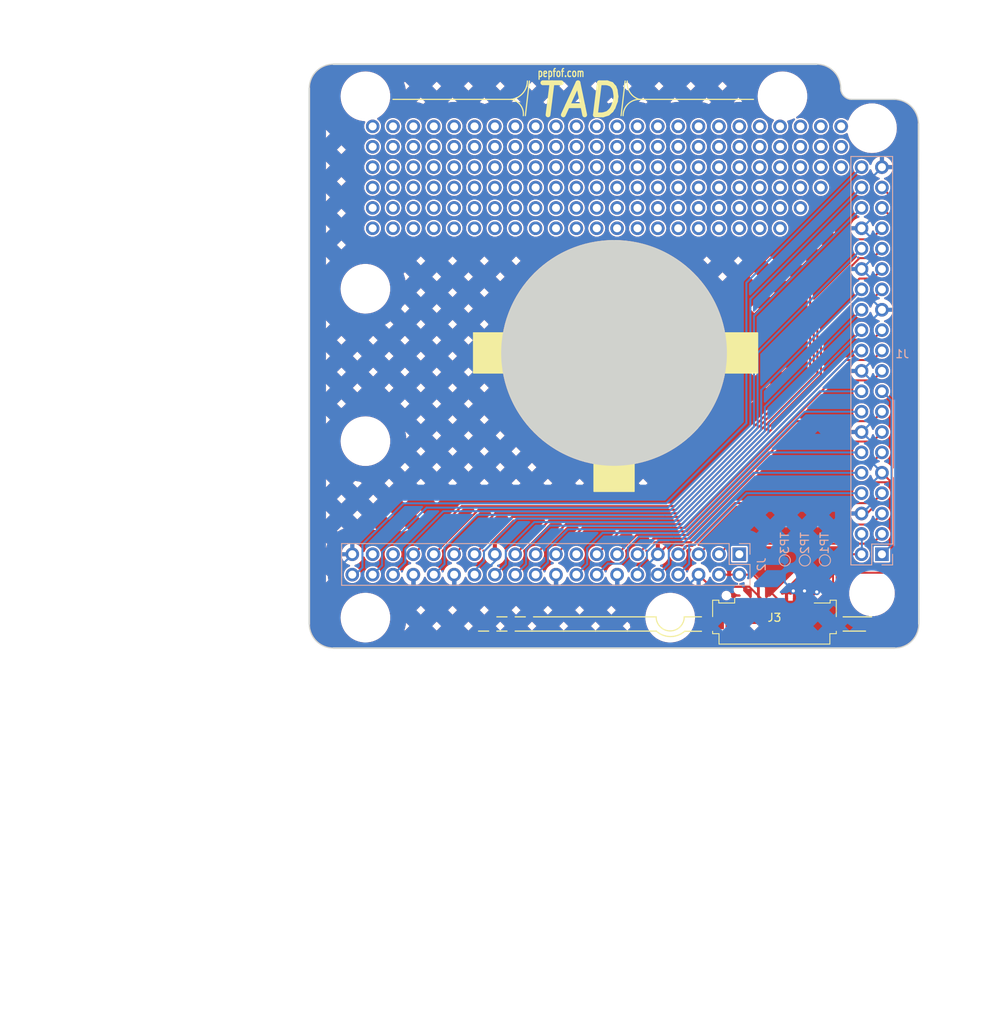
<source format=kicad_pcb>
(kicad_pcb (version 20211014) (generator pcbnew)
  (title_block (title "TAD top") (rev "0") (company "pepfof.com") (comment 1 "Tatianin A. & Ostapenko S."))
  (layers (0 "F.Cu" signal) (31 "B.Cu" signal) (34 "B.Paste" user) (35 "F.Paste" user) (36 "B.SilkS" user "B.Silkscreen") (37 "F.SilkS" user "F.Silkscreen") (38 "B.Mask" user) (39 "F.Mask" user) (44 "Edge.Cuts" user))
  (net 0 "")
  (net 1 "3V3_TOP")
  (net 2 "5V_TOP")
  (net 3 "/GPIO2_SDA1")
  (net 4 "/GPIO3_SCL1")
  (net 5 "GND_TOP")
  (net 6 "/GPIO4_GPIO_GCLK")
  (net 7 "/GPIO14_TXD0")
  (net 8 "/GPIO15_RXD0")
  (net 9 "/GPIO17_GEN0")
  (net 10 "/GPIO18_GEN1")
  (net 11 "/GPIO27_GEN2")
  (net 12 "/GPIO22_GEN3")
  (net 13 "/GPIO23_GEN4")
  (net 14 "/GPIO24_GEN5")
  (net 15 "/GPIO10_SPI_MOSI")
  (net 16 "/GPIO9_SPI_MISO")
  (net 17 "/GPIO25_GEN6")
  (net 18 "/GPIO11_SPI_SCLK")
  (net 19 "/GPIO8_SPI_CE0_N")
  (net 20 "/GPIO7_SPI_CE1_N")
  (net 21 "/ID_SD")
  (net 22 "/ID_SC")
  (net 23 "/GPIO5")
  (net 24 "/GPIO6")
  (net 25 "/GPIO12")
  (net 26 "/GPIO13")
  (net 27 "/GPIO16")
  (net 28 "/GPIO20")
  (net 29 "/GPIO21")
  (net 34 "STM_USART_RX")
  (net 35 "STM_USART_TX")
  (net 36 "USB_DN")
  (net 37 "USB_DP")
  (net 38 "USB_ID")
  (footprint "lib:MountingHole_2.7mm_M2.5_uHAT_RPi" (layer "F.Cu") (at 175.714 132.6305 90)
    (fp_text reference "H1" hide)
    (fp_text value "MountingHole" hide)
  )
  (footprint "lib:MountingHole_2.7mm_M2.5_uHAT_RPi" (layer "F.Cu") (at 175.714 74.6305 90)
    (fp_text reference "H2" hide)
    (fp_text value "MountingHole" hide)
  )
  (footprint "" (layer "F.Cu") (at 115.99 76.9505)
    (fp_text reference "")
    (fp_text value "")
  )
  (footprint "" (layer "F.Cu") (at 154.09 87.1105)
    (fp_text reference "")
    (fp_text value "")
  )
  (footprint "" (layer "F.Cu") (at 131.23 74.4105)
    (fp_text reference "")
    (fp_text value "")
  )
  (footprint "" (layer "F.Cu") (at 118.53 87.1105)
    (fp_text reference "")
    (fp_text value "")
  )
  (footprint "" (layer "F.Cu") (at 156.63 82.0305)
    (fp_text reference "")
    (fp_text value "")
  )
  (footprint "" (layer "F.Cu") (at 151.55 87.1105)
    (fp_text reference "")
    (fp_text value "")
  )
  (footprint "" (layer "F.Cu") (at 121.07 79.4905)
    (fp_text reference "")
    (fp_text value "")
  )
  (footprint "" (layer "F.Cu") (at 164.25 74.4105)
    (fp_text reference "")
    (fp_text value "")
  )
  (footprint "lib:MountingHole_2.7mm_M2.5_uHAT_RPi" (layer "F.Cu") (at 150.55 135.6505 90)
    (fp_text reference "H1" hide)
    (fp_text value "MountingHole" hide)
  )
  (footprint "" (layer "F.Cu") (at 115.99 84.5705)
    (fp_text reference "")
    (fp_text value "")
  )
  (footprint "" (layer "F.Cu") (at 149.01 76.9505)
    (fp_text reference "")
    (fp_text value "")
  )
  (footprint "" (layer "F.Cu") (at 141.39 79.4905)
    (fp_text reference "")
    (fp_text value "")
  )
  (footprint "" (layer "F.Cu") (at 159.17 84.5705)
    (fp_text reference "")
    (fp_text value "")
  )
  (footprint "" (layer "F.Cu") (at 146.47 87.1105)
    (fp_text reference "")
    (fp_text value "")
  )
  (footprint "" (layer "F.Cu") (at 123.61 74.4105)
    (fp_text reference "")
    (fp_text value "")
  )
  (footprint "" (layer "F.Cu") (at 138.85 74.4105)
    (fp_text reference "")
    (fp_text value "")
  )
  (footprint "" (layer "F.Cu") (at 161.71 84.5705)
    (fp_text reference "")
    (fp_text value "")
  )
  (footprint "" (layer "F.Cu") (at 156.63 79.4905)
    (fp_text reference "")
    (fp_text value "")
  )
  (footprint "" (layer "F.Cu") (at 159.17 76.9505)
    (fp_text reference "")
    (fp_text value "")
  )
  (footprint "" (layer "F.Cu") (at 166.79 82.0305)
    (fp_text reference "")
    (fp_text value "")
  )
  (footprint "" (layer "F.Cu") (at 118.53 74.4105)
    (fp_text reference "")
    (fp_text value "")
  )
  (footprint "" (layer "F.Cu") (at 123.61 82.0305)
    (fp_text reference "")
    (fp_text value "")
  )
  (footprint "" (layer "F.Cu") (at 156.63 87.1105)
    (fp_text reference "")
    (fp_text value "")
  )
  (footprint "" (layer "F.Cu") (at 131.23 76.9505)
    (fp_text reference "")
    (fp_text value "")
  )
  (footprint "" (layer "F.Cu") (at 126.15 82.0305)
    (fp_text reference "")
    (fp_text value "")
  )
  (footprint "" (layer "F.Cu") (at 156.63 74.4105)
    (fp_text reference "")
    (fp_text value "")
  )
  (footprint "" (layer "F.Cu") (at 159.17 74.4105)
    (fp_text reference "")
    (fp_text value "")
  )
  (footprint "" (layer "F.Cu") (at 156.63 76.9505)
    (fp_text reference "")
    (fp_text value "")
  )
  (footprint "" (layer "F.Cu") (at 171.87 76.9505)
    (fp_text reference "")
    (fp_text value "")
  )
  (footprint "" (layer "F.Cu") (at 136.31 82.0305)
    (fp_text reference "")
    (fp_text value "")
  )
  (footprint "" (layer "F.Cu") (at 115.99 79.4905)
    (fp_text reference "")
    (fp_text value "")
  )
  (footprint "" (layer "F.Cu") (at 128.69 79.4905)
    (fp_text reference "")
    (fp_text value "")
  )
  (footprint "" (layer "F.Cu") (at 113.45 76.9505)
    (fp_text reference "")
    (fp_text value "")
  )
  (footprint "" (layer "F.Cu") (at 131.23 79.4905)
    (fp_text reference "")
    (fp_text value "")
  )
  (footprint "" (layer "F.Cu") (at 151.55 84.5705)
    (fp_text reference "")
    (fp_text value "")
  )
  (footprint "" (layer "F.Cu") (at 113.45 82.0305)
    (fp_text reference "")
    (fp_text value "")
  )
  (footprint "" (layer "F.Cu") (at 159.17 82.0305)
    (fp_text reference "")
    (fp_text value "")
  )
  (footprint "" (layer "F.Cu") (at 121.07 74.4105)
    (fp_text reference "")
    (fp_text value "")
  )
  (footprint "" (layer "F.Cu") (at 133.77 84.5705)
    (fp_text reference "")
    (fp_text value "")
  )
  (footprint "" (layer "F.Cu") (at 141.39 74.4105)
    (fp_text reference "")
    (fp_text value "")
  )
  (footprint "" (layer "F.Cu") (at 128.69 84.5705)
    (fp_text reference "")
    (fp_text value "")
  )
  (footprint "" (layer "F.Cu") (at 121.07 84.5705)
    (fp_text reference "")
    (fp_text value "")
  )
  (footprint "" (layer "F.Cu") (at 115.99 87.1105)
    (fp_text reference "")
    (fp_text value "")
  )
  (footprint "" (layer "F.Cu") (at 121.07 87.1105)
    (fp_text reference "")
    (fp_text value "")
  )
  (footprint "" (layer "F.Cu") (at 123.61 76.9505)
    (fp_text reference "")
    (fp_text value "")
  )
  (footprint "" (layer "F.Cu") (at 156.63 84.5705)
    (fp_text reference "")
    (fp_text value "")
  )
  (footprint "" (layer "F.Cu") (at 123.61 87.1105)
    (fp_text reference "")
    (fp_text value "")
  )
  (footprint "" (layer "F.Cu") (at 171.87 74.4105)
    (fp_text reference "")
    (fp_text value "")
  )
  (footprint "" (layer "F.Cu") (at 115.99 74.4105)
    (fp_text reference "")
    (fp_text value "")
  )
  (footprint "" (layer "F.Cu") (at 136.31 87.1105)
    (fp_text reference "")
    (fp_text value "")
  )
  (footprint "" (layer "F.Cu") (at 154.09 82.0305)
    (fp_text reference "")
    (fp_text value "")
  )
  (footprint "" (layer "F.Cu") (at 141.39 82.0305)
    (fp_text reference "")
    (fp_text value "")
  )
  (footprint "" (layer "F.Cu") (at 143.93 79.4905)
    (fp_text reference "")
    (fp_text value "")
  )
  (footprint "" (layer "F.Cu") (at 169.33 82.0305)
    (fp_text reference "")
    (fp_text value "")
  )
  (footprint "" (layer "F.Cu") (at 143.93 87.1105)
    (fp_text reference "")
    (fp_text value "")
  )
  (footprint "" (layer "F.Cu") (at 151.55 74.4105)
    (fp_text reference "")
    (fp_text value "")
  )
  (footprint "" (layer "F.Cu") (at 133.77 79.4905)
    (fp_text reference "")
    (fp_text value "")
  )
  (footprint "" (layer "F.Cu") (at 166.79 76.9505)
    (fp_text reference "")
    (fp_text value "")
  )
  (footprint "" (layer "F.Cu") (at 151.55 79.4905)
    (fp_text reference "")
    (fp_text value "")
  )
  (footprint "" (layer "F.Cu") (at 126.15 87.1105)
    (fp_text reference "")
    (fp_text value "")
  )
  (footprint "" (layer "F.Cu") (at 164.25 76.9505)
    (fp_text reference "")
    (fp_text value "")
  )
  (footprint "" (layer "F.Cu") (at 138.85 79.4905)
    (fp_text reference "")
    (fp_text value "")
  )
  (footprint "" (layer "F.Cu") (at 161.71 76.9505)
    (fp_text reference "")
    (fp_text value "")
  )
  (footprint "" (layer "F.Cu") (at 141.39 84.5705)
    (fp_text reference "")
    (fp_text value "")
  )
  (footprint "" (layer "F.Cu") (at 146.47 76.9505)
    (fp_text reference "")
    (fp_text value "")
  )
  (footprint "" (layer "F.Cu") (at 151.55 82.0305)
    (fp_text reference "")
    (fp_text value "")
  )
  (footprint "" (layer "F.Cu") (at 128.69 74.4105)
    (fp_text reference "")
    (fp_text value "")
  )
  (footprint "lib:MountingHole_2.7mm_M2.5_uHAT_RPi" (layer "F.Cu") (at 112.55 94.6505 90)
    (fp_text reference "H2" hide)
    (fp_text value "MountingHole" hide)
  )
  (footprint "" (layer "F.Cu") (at 133.77 74.4105)
    (fp_text reference "")
    (fp_text value "")
  )
  (footprint "" (layer "F.Cu") (at 171.87 79.4905)
    (fp_text reference "")
    (fp_text value "")
  )
  (footprint "" (layer "F.Cu") (at 113.45 74.4105)
    (fp_text reference "")
    (fp_text value "")
  )
  (footprint "" (layer "F.Cu") (at 126.15 79.4905)
    (fp_text reference "")
    (fp_text value "")
  )
  (footprint "" (layer "F.Cu") (at 166.79 74.4105)
    (fp_text reference "")
    (fp_text value "")
  )
  (footprint "" (layer "F.Cu") (at 113.45 84.5705)
    (fp_text reference "")
    (fp_text value "")
  )
  (footprint "" (layer "F.Cu") (at 138.85 82.0305)
    (fp_text reference "")
    (fp_text value "")
  )
  (footprint "" (layer "F.Cu") (at 141.39 76.9505)
    (fp_text reference "")
    (fp_text value "")
  )
  (footprint "" (layer "F.Cu") (at 164.25 84.5705)
    (fp_text reference "")
    (fp_text value "")
  )
  (footprint "" (layer "F.Cu") (at 128.69 82.0305)
    (fp_text reference "")
    (fp_text value "")
  )
  (footprint "" (layer "F.Cu") (at 149.01 87.1105)
    (fp_text reference "")
    (fp_text value "")
  )
  (footprint "" (layer "F.Cu") (at 118.53 76.9505)
    (fp_text reference "")
    (fp_text value "")
  )
  (footprint "" (layer "F.Cu") (at 143.93 76.9505)
    (fp_text reference "")
    (fp_text value "")
  )
  (footprint "" (layer "F.Cu") (at 151.55 76.9505)
    (fp_text reference "")
    (fp_text value "")
  )
  (footprint "" (layer "F.Cu") (at 146.47 84.5705)
    (fp_text reference "")
    (fp_text value "")
  )
  (footprint "" (layer "F.Cu") (at 149.01 79.4905)
    (fp_text reference "")
    (fp_text value "")
  )
  (footprint "" (layer "F.Cu") (at 164.25 87.1105)
    (fp_text reference "")
    (fp_text value "")
  )
  (footprint "" (layer "F.Cu") (at 131.23 82.0305)
    (fp_text reference "")
    (fp_text value "")
  )
  (footprint "" (layer "F.Cu") (at 149.01 82.0305)
    (fp_text reference "")
    (fp_text value "")
  )
  (footprint "" (layer "F.Cu") (at 159.17 87.1105)
    (fp_text reference "")
    (fp_text value "")
  )
  (footprint "" (layer "F.Cu") (at 166.79 84.5705)
    (fp_text reference "")
    (fp_text value "")
  )
  (footprint "" (layer "F.Cu") (at 149.01 84.5705)
    (fp_text reference "")
    (fp_text value "")
  )
  (footprint "lib:MountingHole_2.7mm_M2.5_uHAT_RPi" (layer "F.Cu") (at 112.55 70.6505 90)
    (fp_text reference "H2" hide)
    (fp_text value "MountingHole" hide)
  )
  (footprint "" (layer "F.Cu") (at 126.15 76.9505)
    (fp_text reference "")
    (fp_text value "")
  )
  (footprint "" (layer "F.Cu") (at 154.09 84.5705)
    (fp_text reference "")
    (fp_text value "")
  )
  (footprint "" (layer "F.Cu") (at 166.79 79.4905)
    (fp_text reference "")
    (fp_text value "")
  )
  (footprint "" (layer "F.Cu") (at 149.01 74.4105)
    (fp_text reference "")
    (fp_text value "")
  )
  (footprint "" (layer "F.Cu") (at 169.33 76.9505)
    (fp_text reference "")
    (fp_text value "")
  )
  (footprint "" (layer "F.Cu") (at 164.25 79.4905)
    (fp_text reference "")
    (fp_text value "")
  )
  (footprint "" (layer "F.Cu") (at 161.71 74.4105)
    (fp_text reference "")
    (fp_text value "")
  )
  (footprint "" (layer "F.Cu") (at 143.93 82.0305)
    (fp_text reference "")
    (fp_text value "")
  )
  (footprint "" (layer "F.Cu") (at 169.33 74.4105)
    (fp_text reference "")
    (fp_text value "")
  )
  (footprint "" (layer "F.Cu") (at 154.09 79.4905)
    (fp_text reference "")
    (fp_text value "")
  )
  (footprint "" (layer "F.Cu") (at 159.17 79.4905)
    (fp_text reference "")
    (fp_text value "")
  )
  (footprint "" (layer "F.Cu") (at 169.33 79.4905)
    (fp_text reference "")
    (fp_text value "")
  )
  (footprint "" (layer "F.Cu") (at 118.53 84.5705)
    (fp_text reference "")
    (fp_text value "")
  )
  (footprint "" (layer "F.Cu") (at 133.77 87.1105)
    (fp_text reference "")
    (fp_text value "")
  )
  (footprint "" (layer "F.Cu") (at 131.23 87.1105)
    (fp_text reference "")
    (fp_text value "")
  )
  (footprint "" (layer "F.Cu") (at 126.15 74.4105)
    (fp_text reference "")
    (fp_text value "")
  )
  (footprint "" (layer "F.Cu") (at 121.07 82.0305)
    (fp_text reference "")
    (fp_text value "")
  )
  (footprint "" (layer "F.Cu") (at 138.85 87.1105)
    (fp_text reference "")
    (fp_text value "")
  )
  (footprint "" (layer "F.Cu") (at 141.39 87.1105)
    (fp_text reference "")
    (fp_text value "")
  )
  (footprint "lib:MountingHole_2.7mm_M2.5_uHAT_RPi" (layer "F.Cu") (at 164.55 70.6505 90)
    (fp_text reference "H2" hide)
    (fp_text value "MountingHole" hide)
  )
  (footprint "" (layer "F.Cu") (at 118.53 82.0305)
    (fp_text reference "")
    (fp_text value "")
  )
  (footprint "" (layer "F.Cu") (at 161.71 82.0305)
    (fp_text reference "")
    (fp_text value "")
  )
  (footprint "Connector_FFC-FPC:Molex_200528-0100_1x10-1MP_P1.00mm_Horizontal" (layer "F.Cu") (at 163.55 134.6505)
    (fp_text reference "J3")
    (fp_text value "Conn_01x10_Female")
  )
  (footprint "" (layer "F.Cu") (at 136.31 79.4905)
    (fp_text reference "")
    (fp_text value "")
  )
  (footprint "" (layer "F.Cu") (at 146.47 79.4905)
    (fp_text reference "")
    (fp_text value "")
  )
  (footprint "" (layer "F.Cu") (at 123.61 84.5705)
    (fp_text reference "")
    (fp_text value "")
  )
  (footprint "lib:MountingHole_2.7mm_M2.5_uHAT_RPi" (layer "F.Cu") (at 112.55 113.6505 90)
    (fp_text reference "H1" hide)
    (fp_text value "MountingHole" hide)
  )
  (footprint "" (layer "F.Cu") (at 113.45 87.1105)
    (fp_text reference "")
    (fp_text value "")
  )
  (footprint "" (layer "F.Cu") (at 138.85 76.9505)
    (fp_text reference "")
    (fp_text value "")
  )
  (footprint "" (layer "F.Cu") (at 126.15 84.5705)
    (fp_text reference "")
    (fp_text value "")
  )
  (footprint "" (layer "F.Cu") (at 146.47 82.0305)
    (fp_text reference "")
    (fp_text value "")
  )
  (footprint "" (layer "F.Cu") (at 128.69 87.1105)
    (fp_text reference "")
    (fp_text value "")
  )
  (footprint "" (layer "F.Cu") (at 143.93 74.4105)
    (fp_text reference "")
    (fp_text value "")
  )
  (footprint "lib:MountingHole_2.7mm_M2.5_uHAT_RPi" (layer "F.Cu") (at 112.55 135.6505 90)
    (fp_text reference "H1" hide)
    (fp_text value "MountingHole" hide)
  )
  (footprint "" (layer "F.Cu") (at 164.25 82.0305)
    (fp_text reference "")
    (fp_text value "")
  )
  (footprint "" (layer "F.Cu") (at 138.85 84.5705)
    (fp_text reference "")
    (fp_text value "")
  )
  (footprint "" (layer "F.Cu") (at 133.77 82.0305)
    (fp_text reference "")
    (fp_text value "")
  )
  (footprint "" (layer "F.Cu") (at 161.71 79.4905)
    (fp_text reference "")
    (fp_text value "")
  )
  (footprint "" (layer "F.Cu") (at 115.99 82.0305)
    (fp_text reference "")
    (fp_text value "")
  )
  (footprint "" (layer "F.Cu") (at 131.23 84.5705)
    (fp_text reference "")
    (fp_text value "")
  )
  (footprint "" (layer "F.Cu") (at 136.31 74.4105)
    (fp_text reference "")
    (fp_text value "")
  )
  (footprint "" (layer "F.Cu") (at 146.47 74.4105)
    (fp_text reference "")
    (fp_text value "")
  )
  (footprint "" (layer "F.Cu") (at 128.69 76.9505)
    (fp_text reference "")
    (fp_text value "")
  )
  (footprint "" (layer "F.Cu") (at 133.77 76.9505)
    (fp_text reference "")
    (fp_text value "")
  )
  (footprint "" (layer "F.Cu") (at 113.45 79.4905)
    (fp_text reference "")
    (fp_text value "")
  )
  (footprint "" (layer "F.Cu") (at 136.31 76.9505)
    (fp_text reference "")
    (fp_text value "")
  )
  (footprint "" (layer "F.Cu") (at 154.09 74.4105)
    (fp_text reference "")
    (fp_text value "")
  )
  (footprint "" (layer "F.Cu") (at 136.31 84.5705)
    (fp_text reference "")
    (fp_text value "")
  )
  (footprint "" (layer "F.Cu") (at 123.61 79.4905)
    (fp_text reference "")
    (fp_text value "")
  )
  (footprint "" (layer "F.Cu") (at 154.09 76.9505)
    (fp_text reference "")
    (fp_text value "")
  )
  (footprint "" (layer "F.Cu") (at 121.07 76.9505)
    (fp_text reference "")
    (fp_text value "")
  )
  (footprint "" (layer "F.Cu") (at 161.71 87.1105)
    (fp_text reference "")
    (fp_text value "")
  )
  (footprint "" (layer "F.Cu") (at 118.53 79.4905)
    (fp_text reference "")
    (fp_text value "")
  )
  (footprint "" (layer "F.Cu") (at 143.93 84.5705)
    (fp_text reference "")
    (fp_text value "")
  )
  (footprint "lib:PinSocket_2x20_P2.54mm_Vertical_Centered_Anchor" (layer "B.Cu") (at 175.68 103.6205)
    (fp_text reference "J1")
    (fp_text value "GPIO_CONNECTOR")
  )
  (footprint "TestPoint:TestPoint_Pad_D1.0mm" (layer "B.Cu") (at 164.838 128.5125 -90)
    (fp_text reference "TP3")
    (fp_text value "TestPoint")
  )
  (footprint "TestPoint:TestPoint_Pad_D1.0mm" (layer "B.Cu") (at 169.838 128.5125 -90)
    (fp_text reference "TP1")
    (fp_text value "TestPoint")
  )
  (footprint "lib:PinSocket_2x20_P2.54mm_Vertical_Centered_Anchor" (layer "B.Cu") (at 135.04 129.0205 90)
    (fp_text reference "J2")
    (fp_text value "GPIO_CONNECTOR")
  )
  (footprint "TestPoint:TestPoint_Pad_D1.0mm" (layer "B.Cu") (at 167.338 128.5125 -90)
    (fp_text reference "TP2")
    (fp_text value "TestPoint")
  )
  (gr_line (start 130.712 71.0385) (end 115.98 71.0385) (layer "F.SilkS") (width 0.15))
  (gr_arc (start 146.714 71.0385) (mid 145.532334 70.175278) (end 145.19 68.7525) (layer "F.SilkS") (width 0.15))
  (gr_arc (start 144.682 73.0705) (mid 145.277159 71.633659) (end 146.714 71.0385) (layer "F.SilkS") (width 0.15))
  (gr_rect (start 126.034 105.1505) (end 161.447 100.1505) (layer "F.SilkS") (width 0.15) (fill solid))
  (gr_line (start 152.35 137.3505) (end 154.45 137.3505) (layer "F.SilkS") (width 0.15))
  (gr_arc (start 130.712 71.0385) (mid 131.879332 71.750487) (end 132.236 73.0705) (layer "F.SilkS") (width 0.15))
  (gr_line (start 130.204 135.5545) (end 128.934 135.5545) (layer "F.SilkS") (width 0.15))
  (gr_line (start 146.714 71.0385) (end 160.938 71.0385) (layer "F.SilkS") (width 0.15))
  (gr_line (start 172.114 137.3325) (end 174.908 137.3325) (layer "F.SilkS") (width 0.15))
  (gr_line (start 148.8222 137.3325) (end 131.22 137.3325) (layer "F.SilkS") (width 0.15))
  (gr_line (start 132.49 135.5545) (end 131.22 135.5545) (layer "F.SilkS") (width 0.15))
  (gr_line (start 152.302 135.5545) (end 154.45 135.5505) (layer "F.SilkS") (width 0.15))
  (gr_line (start 172.114 135.5545) (end 175.67 135.5545) (layer "F.SilkS") (width 0.15))
  (gr_arc (start 152.35 137.3505) (mid 150.582672 138.011002) (end 148.8222 137.3325) (layer "F.SilkS") (width 0.15))
  (gr_line (start 132.998 68.7525) (end 132.49 73.0705) (layer "F.SilkS") (width 0.15))
  (gr_line (start 144.936 68.7525) (end 144.428 73.0705) (layer "F.SilkS") (width 0.15))
  (gr_line (start 127.918 137.3325) (end 126.648 137.3325) (layer "F.SilkS") (width 0.15))
  (gr_line (start 130.204 137.3325) (end 128.934 137.3325) (layer "F.SilkS") (width 0.15))
  (gr_line (start 148.796616 135.5545) (end 133.506 135.5545) (layer "F.SilkS") (width 0.15))
  (gr_arc (start 132.744 68.7525) (mid 132.16257 70.28179) (end 130.712 71.0385) (layer "F.SilkS") (width 0.15))
  (gr_rect (start 146.05 119.9125) (end 141.05 90.0875) (layer "F.SilkS") (width 0.15) (fill solid))
  (gr_arc (start 152.302 135.5545) (mid 150.549308 137.3071) (end 148.796616 135.5545) (layer "F.SilkS") (width 0.15))
  (gr_line (start 105.55 136.4505) (end 105.549999 69.650499) (layer "Edge.Cuts") (width 0.2))
  (gr_arc (start 173.13 71.0385) (mid 172.19402 70.607522) (end 171.812 69.6505) (layer "Edge.Cuts") (width 0.15))
  (gr_arc (start 168.812 66.6505) (mid 170.93332 67.52918) (end 171.812 69.6505) (layer "Edge.Cuts") (width 0.15))
  (gr_line (start 181.512 74.0865) (end 181.550001 136.450501) (layer "Edge.Cuts") (width 0.2))
  (gr_line (start 168.812 66.6505) (end 108.549999 66.650499) (layer "Edge.Cuts") (width 0.2))
  (gr_line (start 108.55 139.4505) (end 178.550001 139.450501) (layer "Edge.Cuts") (width 0.2))
  (gr_arc (start 105.549999 69.650499) (mid 106.428679 67.529179) (end 108.549999 66.650499) (layer "Edge.Cuts") (width 0.15))
  (gr_arc (start 181.550001 136.450501) (mid 180.671321 138.571821) (end 178.550001 139.450501) (layer "Edge.Cuts") (width 0.15))
  (gr_line (start 173.13 71.0385) (end 178.464 71.0385) (layer "Edge.Cuts") (width 0.15))
  (gr_arc (start 178.464 71.0385) (mid 180.619261 71.931239) (end 181.512 74.0865) (layer "Edge.Cuts") (width 0.15))
  (gr_circle (center 143.549999 102.650501) (end 157.549999 102.650501) (layer "Edge.Cuts") (width 0.15) (fill solid))
  (gr_arc (start 108.55 139.4505) (mid 106.42868 138.57182) (end 105.55 136.4505) (layer "Edge.Cuts") (width 0.15))
  (gr_text "pepfof.com\n" (at 136.935 67.7405) (layer "F.SilkS") (effects (font (size 1 0.7))))
  (gr_text "TAD" (at 139.055 71.1505) (layer "F.SilkS") (effects (font (size 4 4) (thickness 0.6) italic)))
  (segment (start 178.158511 126.585989) (end 176.984 127.7605) (width 0.25) (layer "B.Cu") (net 1))
  (segment (start 176.984 107.4405) (end 178.158511 108.615011) (width 0.25) (layer "B.Cu") (net 1))
  (segment (start 178.158511 108.615011) (end 178.158511 126.585989) (width 0.25) (layer "B.Cu") (net 1))
  (segment (start 164.05 133.7405) (end 164.05 133.4405) (width 0.25) (layer "F.Cu") (net 2))
  (segment (start 164.05 133.4405) (end 160.9 130.2905) (width 0.25) (layer "F.Cu") (net 2))
  (segment (start 160.9 130.2905) (end 159.17 130.2905) (width 0.25) (layer "F.Cu") (net 2))
  (segment (start 169.4484 127.7505) (end 165.05 132.1489) (width 0.25) (layer "F.Cu") (net 2))
  (segment (start 165.05 132.1489) (end 165.05 133.7405) (width 0.25) (layer "F.Cu") (net 2))
  (segment (start 164.05 133.7405) (end 165.05 133.7405) (width 0.25) (layer "F.Cu") (net 2))
  (segment (start 156.63 130.2905) (end 159.17 130.2905) (width 0.25) (layer "F.Cu") (net 2))
  (segment (start 174.41 127.7505) (end 169.4484 127.7505) (width 0.25) (layer "F.Cu") (net 2))
  (segment (start 174.444 127.7605) (end 174.444 125.2205) (width 0.25) (layer "B.Cu") (net 2))
  (segment (start 157.974511 126.433989) (end 175.770511 126.433989) (width 0.25) (layer "F.Cu") (net 3))
  (segment (start 156.8 127.6085) (end 157.974511 126.433989) (width 0.25) (layer "F.Cu") (net 3))
  (segment (start 175.770511 126.433989) (end 176.984 125.2205) (width 0.25) (layer "F.Cu") (net 3))
  (segment (start 164.33303 124.045989) (end 162.480969 125.89805) (width 0.25) (layer "F.Cu") (net 4))
  (segment (start 162.480969 125.89805) (end 155.97045 125.89805) (width 0.25) (layer "F.Cu") (net 4))
  (segment (start 175.618511 124.045989) (end 164.33303 124.045989) (width 0.25) (layer "F.Cu") (net 4))
  (segment (start 155.97045 125.89805) (end 154.26 127.6085) (width 0.25) (layer "F.Cu") (net 4))
  (segment (start 176.984 122.6805) (end 175.618511 124.045989) (width 0.25) (layer "F.Cu") (net 4))
  (segment (start 149.18 127.6085) (end 150.541921 126.246579) (width 0.25) (layer "F.Cu") (net 5))
  (segment (start 178.158511 119.057989) (end 178.158511 121.339011) (width 0.25) (layer "F.Cu") (net 5))
  (segment (start 170.854 130.300783) (end 172.004283 129.1505) (width 0.25) (layer "F.Cu") (net 5))
  (segment (start 168.611489 134.565011) (end 170.854 132.3225) (width 0.25) (layer "F.Cu") (net 5))
  (segment (start 178.158511 118.799011) (end 178.158511 119.057989) (width 0.25) (layer "F.Cu") (net 5))
  (segment (start 163.05 134.089522) (end 163.525489 134.565011) (width 0.25) (layer "F.Cu") (net 5))
  (segment (start 172.004283 129.1505) (end 177.943022 129.1505) (width 0.25) (layer "F.Cu") (net 5))
  (segment (start 162.05 133.7405) (end 163.05 133.7405) (width 0.25) (layer "F.Cu") (net 5))
  (segment (start 162.05 133.4405) (end 162.05 133.7405) (width 0.25) (layer "F.Cu") (net 5))
  (segment (start 177.875533 118.775011) (end 178.158511 119.057989) (width 0.25) (layer "F.Cu") (net 5))
  (segment (start 160.604009 118.775011) (end 177.875533 118.775011) (width 0.25) (layer "F.Cu") (net 5))
  (segment (start 154.09 130.2905) (end 155.614 131.8145) (width 0.25) (layer "F.Cu") (net 5))
  (segment (start 155.614 131.8145) (end 160.424 131.8145) (width 0.25) (layer "F.Cu") (net 5))
  (segment (start 160.424 131.8145) (end 162.05 133.4405) (width 0.25) (layer "F.Cu") (net 5))
  (segment (start 150.541921 126.246579) (end 153.132441 126.246579) (width 0.25) (layer "F.Cu") (net 5))
  (segment (start 153.132441 126.246579) (end 160.604009 118.775011) (width 0.25) (layer "F.Cu") (net 5))
  (segment (start 174.41 122.6705) (end 175.089718 122.6705) (width 0.25) (layer "F.Cu") (net 5))
  (segment (start 178.158511 128.935011) (end 177.943022 129.1505) (width 0.25) (layer "F.Cu") (net 5))
  (segment (start 163.05 133.7405) (end 163.05 134.089522) (width 0.25) (layer "F.Cu") (net 5))
  (segment (start 170.854 132.3225) (end 170.854 130.300783) (width 0.25) (layer "F.Cu") (net 5))
  (segment (start 162.05 133.7405) (end 161.05 133.7405) (width 0.25) (layer "F.Cu") (net 5))
  (segment (start 176.95 117.5905) (end 178.158511 118.799011) (width 0.25) (layer "F.Cu") (net 5))
  (segment (start 175.089718 122.6705) (end 176.421207 121.339011) (width 0.25) (layer "F.Cu") (net 5))
  (segment (start 176.421207 121.339011) (end 178.158511 121.339011) (width 0.25) (layer "F.Cu") (net 5))
  (segment (start 163.525489 134.565011) (end 168.611489 134.565011) (width 0.25) (layer "F.Cu") (net 5))
  (segment (start 178.158511 121.339011) (end 178.158511 128.935011) (width 0.25) (layer "F.Cu") (net 5))
  (segment (start 175.809489 80.675011) (end 175.809489 85.755011) (width 0.25) (layer "B.Cu") (net 5))
  (segment (start 128.86 127.6085) (end 128.86 128.45949) (width 0.25) (layer "B.Cu") (net 5))
  (segment (start 174.444 104.9005) (end 175.618511 106.075011) (width 0.25) (layer "B.Cu") (net 5))
  (segment (start 175.618511 106.075011) (end 175.618511 111.345989) (width 0.25) (layer "B.Cu") (net 5))
  (segment (start 148.05 131.6505) (end 144.05 131.6505) (width 0.25) (layer "B.Cu") (net 5))
  (segment (start 136.55 131.6505) (end 127.55 131.6505) (width 0.25) (layer "B.Cu") (net 5))
  (segment (start 118.7 131.5005) (end 118.55 131.6505) (width 0.25) (layer "B.Cu") (net 5))
  (segment (start 148.005489 128.783011) (end 148.005489 131.605989) (width 0.25) (layer "B.Cu") (net 5))
  (segment (start 176.984 97.2805) (end 175.809489 98.455011) (width 0.25) (layer "B.Cu") (net 5))
  (segment (start 175.809489 98.455011) (end 175.809489 103.535011) (width 0.25) (layer "B.Cu") (net 5))
  (segment (start 123.78 131.4205) (end 123.55 131.6505) (width 0.25) (layer "B.Cu") (net 5))
  (segment (start 175.809489 85.755011) (end 174.444 87.1205) (width 0.25) (layer "B.Cu") (net 5))
  (segment (start 127.515489 129.804001) (end 127.515489 131.615989) (width 0.25) (layer "B.Cu") (net 5))
  (segment (start 152.758 131.6505) (end 148.05 131.6505) (width 0.25) (layer "B.Cu") (net 5))
  (segment (start 144.05 131.6505) (end 136.55 131.6505) (width 0.25) (layer "B.Cu") (net 5))
  (segment (start 149.18 127.6085) (end 148.005489 128.783011) (width 0.25) (layer "B.Cu") (net 5))
  (segment (start 175.618511 91.025989) (end 174.444 92.2005) (width 0.25) (layer "B.Cu") (net 5))
  (segment (start 123.55 131.6505) (end 118.55 131.6505) (width 0.25) (layer "B.Cu") (net 5))
  (segment (start 174.444 122.6805) (end 175.809489 121.315011) (width 0.25) (layer "B.Cu") (net 5))
  (segment (start 127.515489 131.615989) (end 127.55 131.6505) (width 0.25) (layer "B.Cu") (net 5))
  (segment (start 175.618511 111.345989) (end 174.444 112.5205) (width 0.25) (layer "B.Cu") (net 5))
  (segment (start 123.78 130.1485) (end 123.78 131.4205) (width 0.25) (layer "B.Cu") (net 5))
  (segment (start 118.55 131.6505) (end 110.60899 131.6505) (width 0.25) (layer "B.Cu") (net 5))
  (segment (start 175.809489 116.425989) (end 176.984 117.6005) (width 0.25) (layer "B.Cu") (net 5))
  (segment (start 118.7 130.1485) (end 118.7 131.5005) (width 0.25) (layer "B.Cu") (net 5))
  (segment (start 136.48 131.5805) (end 136.55 131.6505) (width 0.25) (layer "B.Cu") (net 5))
  (segment (start 109.735489 128.953011) (end 111.08 127.6085) (width 0.25) (layer "B.Cu") (net 5))
  (segment (start 176.984 79.5005) (end 175.809489 80.675011) (width 0.25) (layer "B.Cu") (net 5))
  (segment (start 144.1 130.1485) (end 144.1 131.6005) (width 0.25) (layer "B.Cu") (net 5))
  (segment (start 154.26 130.1485) (end 152.758 131.6505) (width 0.25) (layer "B.Cu") (net 5))
  (segment (start 175.618511 95.915011) (end 176.984 97.2805) (width 0.25) (layer "B.Cu") (net 5))
  (segment (start 175.809489 118.775011) (end 176.984 117.6005) (width 0.25) (layer "B.Cu") (net 5))
  (segment (start 110.60899 131.6505) (end 109.735489 130.776999) (width 0.25) (layer "B.Cu") (net 5))
  (segment (start 175.618511 93.375011) (end 175.618511 95.915011) (width 0.25) (layer "B.Cu") (net 5))
  (segment (start 174.444 112.5205) (end 175.809489 113.885989) (width 0.25) (layer "B.Cu") (net 5))
  (segment (start 109.735489 130.776999) (end 109.735489 128.953011) (width 0.25) (layer "B.Cu") (net 5))
  (segment (start 174.444 87.1205) (end 175.618511 88.295011) (width 0.25) (layer "B.Cu") (net 5))
  (segment (start 175.809489 103.535011) (end 174.444 104.9005) (width 0.25) (layer "B.Cu") (net 5))
  (segment (start 175.809489 121.315011) (end 175.809489 118.775011) (width 0.25) (layer "B.Cu") (net 5))
  (segment (start 175.618511 88.295011) (end 175.618511 91.025989) (width 0.25) (layer "B.Cu") (net 5))
  (segment (start 144.1 131.6005) (end 144.05 131.6505) (width 0.25) (layer "B.Cu") (net 5))
  (segment (start 174.444 92.2005) (end 175.618511 93.375011) (width 0.25) (layer "B.Cu") (net 5))
  (segment (start 127.55 131.6505) (end 123.55 131.6505) (width 0.25) (layer "B.Cu") (net 5))
  (segment (start 128.86 128.45949) (end 127.515489 129.804001) (width 0.25) (layer "B.Cu") (net 5))
  (segment (start 175.809489 113.885989) (end 175.809489 116.425989) (width 0.25) (layer "B.Cu") (net 5))
  (segment (start 148.005489 131.605989) (end 148.05 131.6505) (width 0.25) (layer "B.Cu") (net 5))
  (segment (start 136.48 130.1485) (end 136.48 131.5805) (width 0.25) (layer "B.Cu") (net 5))
  (segment (start 175.75101 121.37349) (end 158.641234 121.37349) (width 0.25) (layer "F.Cu") (net 6))
  (segment (start 176.984 120.1405) (end 175.75101 121.37349) (width 0.25) (layer "F.Cu") (net 6))
  (segment (start 153.318634 126.69609) (end 152.632411 126.696089) (width 0.25) (layer "F.Cu") (net 6))
  (segment (start 158.641234 121.37349) (end 153.318634 126.69609) (width 0.25) (layer "F.Cu") (net 6))
  (segment (start 152.632411 126.696089) (end 151.72 127.6085) (width 0.25) (layer "F.Cu") (net 6))
  (segment (start 153.631501 126.575989) (end 152.915489 126.575989) (width 0.25) (layer "B.Cu") (net 7))
  (segment (start 152.915489 128.953011) (end 151.72 130.1485) (width 0.25) (layer "B.Cu") (net 7))
  (segment (start 160.06699 120.1405) (end 153.631501 126.575989) (width 0.25) (layer "B.Cu") (net 7))
  (segment (start 174.444 120.1405) (end 160.06699 120.1405) (width 0.25) (layer "B.Cu") (net 7))
  (segment (start 152.915489 126.575989) (end 152.915489 128.953011) (width 0.25) (layer "B.Cu") (net 7))
  (segment (start 151.2055 126.43399) (end 150.375489 127.264001) (width 0.25) (layer "B.Cu") (net 8))
  (segment (start 150.375489 127.264001) (end 150.375489 128.953011) (width 0.25) (layer "B.Cu") (net 8))
  (segment (start 174.444 117.6005) (end 160.95704 117.6005) (width 0.25) (layer "B.Cu") (net 8))
  (segment (start 160.95704 117.6005) (end 152.123547 126.433991) (width 0.25) (layer "B.Cu") (net 8))
  (segment (start 152.123547 126.433991) (end 151.2055 126.43399) (width 0.25) (layer "B.Cu") (net 8))
  (segment (start 150.375489 128.953011) (end 149.18 130.1485) (width 0.25) (layer "B.Cu") (net 8))
  (segment (start 176.984 115.0605) (end 175.75101 116.29349) (width 0.25) (layer "F.Cu") (net 9))
  (segment (start 152.946248 125.797068) (end 148.451432 125.797068) (width 0.25) (layer "F.Cu") (net 9))
  (segment (start 148.451432 125.797068) (end 146.64 127.6085) (width 0.25) (layer "F.Cu") (net 9))
  (segment (start 175.75101 116.29349) (end 162.449826 116.29349) (width 0.25) (layer "F.Cu") (net 9))
  (segment (start 162.449826 116.29349) (end 152.946248 125.797068) (width 0.25) (layer "F.Cu") (net 9))
  (segment (start 146.64 129.24151) (end 146.64 130.1485) (width 0.25) (layer "B.Cu") (net 10))
  (segment (start 162.861336 115.0605) (end 151.937357 125.984479) (width 0.25) (layer "B.Cu") (net 10))
  (segment (start 151.937357 125.984479) (end 149.115011 125.984479) (width 0.25) (layer "B.Cu") (net 10))
  (segment (start 174.444 115.0605) (end 162.861336 115.0605) (width 0.25) (layer "B.Cu") (net 10))
  (segment (start 147.644511 128.236999) (end 146.64 129.24151) (width 0.25) (layer "B.Cu") (net 10))
  (segment (start 149.115011 125.984479) (end 147.644511 127.454979) (width 0.25) (layer "B.Cu") (net 10))
  (segment (start 147.644511 127.454979) (end 147.644511 128.236999) (width 0.25) (layer "B.Cu") (net 10))
  (segment (start 175.809489 113.695011) (end 164.412601 113.695011) (width 0.25) (layer "F.Cu") (net 11))
  (segment (start 176.984 112.5205) (end 175.809489 113.695011) (width 0.25) (layer "F.Cu") (net 11))
  (segment (start 152.760055 125.347557) (end 146.360943 125.347557) (width 0.25) (layer "F.Cu") (net 11))
  (segment (start 164.412601 113.695011) (end 152.760055 125.347557) (width 0.25) (layer "F.Cu") (net 11))
  (segment (start 146.360943 125.347557) (end 144.1 127.6085) (width 0.25) (layer "F.Cu") (net 11))
  (segment (start 175.809489 111.155011) (end 166.316897 111.155011) (width 0.25) (layer "F.Cu") (net 12))
  (segment (start 176.984 109.9805) (end 175.809489 111.155011) (width 0.25) (layer "F.Cu") (net 12))
  (segment (start 152.573862 124.898046) (end 144.270454 124.898046) (width 0.25) (layer "F.Cu") (net 12))
  (segment (start 166.316897 111.155011) (end 152.573862 124.898046) (width 0.25) (layer "F.Cu") (net 12))
  (segment (start 144.270454 124.898046) (end 141.56 127.6085) (width 0.25) (layer "F.Cu") (net 12))
  (segment (start 146.665532 125.534968) (end 145.274511 126.925989) (width 0.25) (layer "B.Cu") (net 13))
  (segment (start 151.751161 125.534969) (end 151.006388 125.534968) (width 0.25) (layer "B.Cu") (net 13))
  (segment (start 145.274511 128.094999) (end 144.444499 128.925011) (width 0.25) (layer "B.Cu") (net 13))
  (segment (start 142.783489 128.925011) (end 141.56 130.1485) (width 0.25) (layer "B.Cu") (net 13))
  (segment (start 151.006388 125.534968) (end 146.665532 125.534968) (width 0.25) (layer "B.Cu") (net 13))
  (segment (start 144.444499 128.925011) (end 142.783489 128.925011) (width 0.25) (layer "B.Cu") (net 13))
  (segment (start 174.444 109.9805) (end 167.305629 109.9805) (width 0.25) (layer "B.Cu") (net 13))
  (segment (start 145.274511 126.925989) (end 145.274511 128.094999) (width 0.25) (layer "B.Cu") (net 13))
  (segment (start 167.305629 109.9805) (end 151.751161 125.534969) (width 0.25) (layer "B.Cu") (net 13))
  (segment (start 151.564968 125.085458) (end 150.820195 125.085457) (width 0.25) (layer "B.Cu") (net 14))
  (segment (start 140.194511 128.973989) (end 139.02 130.1485) (width 0.25) (layer "B.Cu") (net 14))
  (segment (start 174.444 107.4405) (end 169.209925 107.4405) (width 0.25) (layer "B.Cu") (net 14))
  (segment (start 142.115042 125.085458) (end 140.194511 127.005989) (width 0.25) (layer "B.Cu") (net 14))
  (segment (start 169.209925 107.4405) (end 151.564968 125.085458) (width 0.25) (layer "B.Cu") (net 14))
  (segment (start 140.194511 127.005989) (end 140.194511 128.973989) (width 0.25) (layer "B.Cu") (net 14))
  (segment (start 150.820195 125.085457) (end 142.115042 125.085458) (width 0.25) (layer "B.Cu") (net 14))
  (segment (start 176.984 104.9005) (end 175.809489 106.075011) (width 0.25) (layer "F.Cu") (net 15))
  (segment (start 170.761193 106.075011) (end 152.387669 124.448535) (width 0.25) (layer "F.Cu") (net 15))
  (segment (start 175.809489 106.075011) (end 170.761193 106.075011) (width 0.25) (layer "F.Cu") (net 15))
  (segment (start 152.387669 124.448535) (end 139.639965 124.448535) (width 0.25) (layer "F.Cu") (net 15))
  (segment (start 139.639965 124.448535) (end 136.48 127.6085) (width 0.25) (layer "F.Cu") (net 15))
  (segment (start 176.984 102.3605) (end 175.809489 103.535011) (width 0.25) (layer "F.Cu") (net 16))
  (segment (start 137.549476 123.999024) (end 133.94 127.6085) (width 0.25) (layer "F.Cu") (net 16))
  (segment (start 152.0157 123.999024) (end 137.549476 123.999024) (width 0.25) (layer "F.Cu") (net 16))
  (segment (start 175.809489 103.535011) (end 172.479713 103.535011) (width 0.25) (layer "F.Cu") (net 16))
  (segment (start 172.479713 103.535011) (end 152.0157 123.999024) (width 0.25) (layer "F.Cu") (net 16))
  (segment (start 150.634002 124.635946) (end 137.791542 124.635948) (width 0.25) (layer "B.Cu") (net 17))
  (segment (start 135.305489 128.783011) (end 133.94 130.1485) (width 0.25) (layer "B.Cu") (net 17))
  (segment (start 137.791542 124.635948) (end 135.305489 127.122001) (width 0.25) (layer "B.Cu") (net 17))
  (segment (start 174.444 102.3605) (end 173.654224 102.3605) (width 0.25) (layer "B.Cu") (net 17))
  (segment (start 135.305489 127.122001) (end 135.305489 128.783011) (width 0.25) (layer "B.Cu") (net 17))
  (segment (start 173.654224 102.3605) (end 151.378775 124.635947) (width 0.25) (layer "B.Cu") (net 17))
  (segment (start 151.378775 124.635947) (end 150.634002 124.635946) (width 0.25) (layer "B.Cu") (net 17))
  (segment (start 135.458987 123.549513) (end 131.4 127.6085) (width 0.25) (layer "F.Cu") (net 18))
  (segment (start 176.984 99.8205) (end 175.809489 100.995011) (width 0.25) (layer "F.Cu") (net 18))
  (segment (start 175.809489 100.995011) (end 173.569785 100.995011) (width 0.25) (layer "F.Cu") (net 18))
  (segment (start 173.569785 100.995011) (end 169.797553 104.767243) (width 0.25) (layer "F.Cu") (net 18))
  (segment (start 169.797551 105.581469) (end 151.829507 123.549513) (width 0.25) (layer "F.Cu") (net 18))
  (segment (start 169.797553 104.767243) (end 169.797551 105.581469) (width 0.25) (layer "F.Cu") (net 18))
  (segment (start 151.829507 123.549513) (end 135.458987 123.549513) (width 0.25) (layer "F.Cu") (net 18))
  (segment (start 162.797552 112.581468) (end 151.192583 124.186436) (width 0.25) (layer "B.Cu") (net 19))
  (segment (start 135.556879 124.186437) (end 132.574511 127.168805) (width 0.25) (layer "B.Cu") (net 19))
  (segment (start 150.820196 124.186435) (end 135.556879 124.186437) (width 0.25) (layer "B.Cu") (net 19))
  (segment (start 151.192583 124.186436) (end 150.820196 124.186435) (width 0.25) (layer "B.Cu") (net 19))
  (segment (start 132.574511 127.168805) (end 132.574511 128.973989) (width 0.25) (layer "B.Cu") (net 19))
  (segment (start 132.574511 128.973989) (end 131.4 130.1485) (width 0.25) (layer "B.Cu") (net 19))
  (segment (start 162.797553 111.466947) (end 162.797552 112.581468) (width 0.25) (layer "B.Cu") (net 19))
  (segment (start 174.444 99.8205) (end 162.797553 111.466947) (width 0.25) (layer "B.Cu") (net 19))
  (segment (start 130.05 128.9585) (end 128.86 130.1485) (width 0.25) (layer "B.Cu") (net 20))
  (segment (start 162.348043 109.376457) (end 162.348042 112.395274) (width 0.25) (layer "B.Cu") (net 20))
  (segment (start 174.444 97.2805) (end 162.348043 109.376457) (width 0.25) (layer "B.Cu") (net 20))
  (segment (start 151.00639 123.736925) (end 133.610564 123.736926) (width 0.25) (layer "B.Cu") (net 20))
  (segment (start 133.610564 123.736926) (end 130.771501 126.575989) (width 0.25) (layer "B.Cu") (net 20))
  (segment (start 130.771501 126.575989) (end 130.743501 126.575989) (width 0.25) (layer "B.Cu") (net 20))
  (segment (start 130.05 127.26949) (end 130.05 128.9585) (width 0.25) (layer "B.Cu") (net 20))
  (segment (start 130.743501 126.575989) (end 130.05 127.26949) (width 0.25) (layer "B.Cu") (net 20))
  (segment (start 162.348042 112.395274) (end 151.00639 123.736925) (width 0.25) (layer "B.Cu") (net 20))
  (segment (start 151.643314 123.100002) (end 130.828498 123.100002) (width 0.25) (layer "F.Cu") (net 21))
  (segment (start 175.809489 95.915011) (end 173.921193 95.915011) (width 0.25) (layer "F.Cu") (net 21))
  (segment (start 169.348041 105.395275) (end 151.643314 123.100002) (width 0.25) (layer "F.Cu") (net 21))
  (segment (start 173.921193 95.915011) (end 169.348041 100.488163) (width 0.25) (layer "F.Cu") (net 21))
  (segment (start 169.348041 100.488163) (end 169.348041 105.395275) (width 0.25) (layer "F.Cu") (net 21))
  (segment (start 130.828498 123.100002) (end 126.32 127.6085) (width 0.25) (layer "F.Cu") (net 21))
  (segment (start 176.984 94.7405) (end 175.809489 95.915011) (width 0.25) (layer "F.Cu") (net 21))
  (segment (start 126.32 129.6125) (end 127.324511 128.607989) (width 0.25) (layer "B.Cu") (net 22))
  (segment (start 161.898532 107.285968) (end 174.444 94.7405) (width 0.25) (layer "B.Cu") (net 22))
  (segment (start 126.32 130.1485) (end 126.32 129.6125) (width 0.25) (layer "B.Cu") (net 22))
  (segment (start 127.324511 128.607989) (end 127.324511 127.402623) (width 0.25) (layer "B.Cu") (net 22))
  (segment (start 127.324511 127.402623) (end 131.439719 123.287415) (width 0.25) (layer "B.Cu") (net 22))
  (segment (start 131.439719 123.287415) (end 150.820197 123.287414) (width 0.25) (layer "B.Cu") (net 22))
  (segment (start 161.898532 112.20908) (end 161.898532 107.285968) (width 0.25) (layer "B.Cu") (net 22))
  (segment (start 150.820197 123.287414) (end 161.898532 112.20908) (width 0.25) (layer "B.Cu") (net 22))
  (segment (start 168.898531 105.209081) (end 151.457121 122.650491) (width 0.25) (layer "F.Cu") (net 23))
  (segment (start 151.457121 122.650491) (end 128.738009 122.650491) (width 0.25) (layer "F.Cu") (net 23))
  (segment (start 174.148479 93.375011) (end 168.898531 98.624959) (width 0.25) (layer "F.Cu") (net 23))
  (segment (start 175.809489 93.375011) (end 174.148479 93.375011) (width 0.25) (layer "F.Cu") (net 23))
  (segment (start 176.984 92.2005) (end 175.809489 93.375011) (width 0.25) (layer "F.Cu") (net 23))
  (segment (start 128.738009 122.650491) (end 123.78 127.6085) (width 0.25) (layer "F.Cu") (net 23))
  (segment (start 168.898531 98.624959) (end 168.898531 105.209081) (width 0.25) (layer "F.Cu") (net 23))
  (segment (start 168.449021 96.534469) (end 168.449021 105.022887) (width 0.25) (layer "F.Cu") (net 24))
  (segment (start 176.984 89.6605) (end 175.809489 90.835011) (width 0.25) (layer "F.Cu") (net 24))
  (segment (start 151.270937 122.200971) (end 126.647529 122.200971) (width 0.25) (layer "F.Cu") (net 24))
  (segment (start 175.809489 90.835011) (end 174.148479 90.835011) (width 0.25) (layer "F.Cu") (net 24))
  (segment (start 168.449021 105.022887) (end 151.270937 122.200971) (width 0.25) (layer "F.Cu") (net 24))
  (segment (start 126.647529 122.200971) (end 121.24 127.6085) (width 0.25) (layer "F.Cu") (net 24))
  (segment (start 174.148479 90.835011) (end 168.449021 96.534469) (width 0.25) (layer "F.Cu") (net 24))
  (segment (start 126.4983 122.837904) (end 122.414511 126.921693) (width 0.25) (layer "B.Cu") (net 25))
  (segment (start 149.88923 122.837903) (end 126.4983 122.837904) (width 0.25) (layer "B.Cu") (net 25))
  (segment (start 122.414511 126.921693) (end 122.414511 128.973989) (width 0.25) (layer "B.Cu") (net 25))
  (segment (start 161.44902 112.022888) (end 150.634003 122.837904) (width 0.25) (layer "B.Cu") (net 25))
  (segment (start 150.634003 122.837904) (end 149.88923 122.837903) (width 0.25) (layer "B.Cu") (net 25))
  (segment (start 174.444 89.6605) (end 161.449021 102.655479) (width 0.25) (layer "B.Cu") (net 25))
  (segment (start 161.449021 102.655479) (end 161.44902 112.022888) (width 0.25) (layer "B.Cu") (net 25))
  (segment (start 122.414511 128.973989) (end 121.24 130.1485) (width 0.25) (layer "B.Cu") (net 25))
  (segment (start 167.999511 104.836693) (end 151.084744 121.75146) (width 0.25) (layer "F.Cu") (net 26))
  (segment (start 151.084744 121.75146) (end 124.55704 121.75146) (width 0.25) (layer "F.Cu") (net 26))
  (segment (start 167.999511 94.443979) (end 167.999511 104.836693) (width 0.25) (layer "F.Cu") (net 26))
  (segment (start 124.55704 121.75146) (end 118.7 127.6085) (width 0.25) (layer "F.Cu") (net 26))
  (segment (start 175.618511 88.485989) (end 173.957501 88.485989) (width 0.25) (layer "F.Cu") (net 26))
  (segment (start 173.957501 88.485989) (end 167.999511 94.443979) (width 0.25) (layer "F.Cu") (net 26))
  (segment (start 176.984 87.1205) (end 175.618511 88.485989) (width 0.25) (layer "F.Cu") (net 26))
  (segment (start 150.447811 122.388393) (end 150.075424 122.388392) (width 0.25) (layer "B.Cu") (net 27))
  (segment (start 160.99951 111.836694) (end 150.447811 122.388393) (width 0.25) (layer "B.Cu") (net 27))
  (segment (start 160.999511 98.024989) (end 160.99951 111.836694) (width 0.25) (layer "B.Cu") (net 27))
  (segment (start 117.525489 127.122001) (end 117.525489 128.783011) (width 0.25) (layer "B.Cu") (net 27))
  (segment (start 122.259097 122.388393) (end 117.525489 127.122001) (width 0.25) (layer "B.Cu") (net 27))
  (segment (start 174.444 84.5805) (end 160.999511 98.024989) (width 0.25) (layer "B.Cu") (net 27))
  (segment (start 150.075424 122.388392) (end 122.259097 122.388393) (width 0.25) (layer "B.Cu") (net 27))
  (segment (start 117.525489 128.783011) (end 116.16 130.1485) (width 0.25) (layer "B.Cu") (net 27))
  (segment (start 114.624511 127.454979) (end 114.624511 129.143989) (width 0.25) (layer "B.Cu") (net 28))
  (segment (start 115.503501 126.575989) (end 114.624511 127.454979) (width 0.25) (layer "B.Cu") (net 28))
  (segment (start 160.55 111.6505) (end 150.261618 121.938882) (width 0.25) (layer "B.Cu") (net 28))
  (segment (start 160.55 95.9345) (end 160.55 111.6505) (width 0.25) (layer "B.Cu") (net 28))
  (segment (start 174.444 82.0405) (end 160.55 95.9345) (width 0.25) (layer "B.Cu") (net 28))
  (segment (start 150.261618 121.938882) (end 120.168608 121.938882) (width 0.25) (layer "B.Cu") (net 28))
  (segment (start 120.168608 121.938882) (end 115.531501 126.575989) (width 0.25) (layer "B.Cu") (net 28))
  (segment (start 114.624511 129.143989) (end 113.62 130.1485) (width 0.25) (layer "B.Cu") (net 28))
  (segment (start 115.531501 126.575989) (end 115.503501 126.575989) (width 0.25) (layer "B.Cu") (net 28))
  (segment (start 112.18 129.4015) (end 111.433 130.1485) (width 0.25) (layer "B.Cu") (net 29))
  (segment (start 111.433 130.1485) (end 111.08 130.1485) (width 0.25) (layer "B.Cu") (net 29))
  (segment (start 174.444 79.5005) (end 160.05 93.8945) (width 0.25) (layer "B.Cu") (net 29))
  (segment (start 160.05 111.4005) (end 150.05 121.4005) (width 0.25) (layer "B.Cu") (net 29))
  (segment (start 117.3 121.4005) (end 112.18 126.5205) (width 0.25) (layer "B.Cu") (net 29))
  (segment (start 112.18 126.5205) (end 112.18 129.4015) (width 0.25) (layer "B.Cu") (net 29))
  (segment (start 150.05 121.4005) (end 117.3 121.4005) (width 0.25) (layer "B.Cu") (net 29))
  (segment (start 160.05 93.8945) (end 160.05 111.4005) (width 0.25) (layer "B.Cu") (net 29))
  (segment (start 172.190481 129.60002) (end 178.129206 129.60002) (width 0.25) (layer "F.Cu") (net 34))
  (segment locked (start 178.129206 129.60002) (end 178.749511 128.979715) (width 0.25) (layer "F.Cu") (net 34))
  (segment (start 160.084031 135.014531) (end 168.797687 135.014531) (width 0.25) (layer "F.Cu") (net 34))
  (segment (start 178.749511 128.979715) (end 178.749511 86.346011) (width 0.25) (layer "F.Cu") (net 34))
  (segment (start 160.05 133.7405) (end 160.05 134.9805) (width 0.25) (layer "F.Cu") (net 34))
  (segment (start 168.797687 135.014531) (end 171.30352 132.508698) (width 0.25) (layer "F.Cu") (net 34))
  (segment (start 171.30352 132.508698) (end 171.30352 130.486981) (width 0.25) (layer "F.Cu") (net 34))
  (segment (start 171.30352 130.486981) (end 172.190481 129.60002) (width 0.25) (layer "F.Cu") (net 34))
  (segment (start 178.749511 86.346011) (end 176.984 84.5805) (width 0.25) (layer "F.Cu") (net 34))
  (segment (start 160.05 134.9805) (end 160.084031 135.014531) (width 0.25) (layer "F.Cu") (net 34))
  (segment (start 159.05 133.7405) (end 159.05 134.616217) (width 0.25) (layer "F.Cu") (net 35))
  (segment (start 168.983884 135.464051) (end 171.75304 132.694895) (width 0.25) (layer "F.Cu") (net 35))
  (segment (start 159.897834 135.464051) (end 168.983884 135.464051) (width 0.25) (layer "F.Cu") (net 35))
  (segment (start 171.75304 130.7985) (end 172.502 130.04954) (width 0.25) (layer "F.Cu") (net 35))
  (segment (start 179.363 129.00193) (end 179.363 84.4435) (width 0.25) (layer "F.Cu") (net 35))
  (segment (start 172.502 130.04954) (end 178.31539 130.04954) (width 0.25) (layer "F.Cu") (net 35))
  (segment (start 159.05 134.616217) (end 159.897834 135.464051) (width 0.25) (layer "F.Cu") (net 35))
  (segment (start 179.363 84.4435) (end 176.95 82.0305) (width 0.25) (layer "F.Cu") (net 35))
  (segment (start 171.75304 132.694895) (end 171.75304 130.7985) (width 0.25) (layer "F.Cu") (net 35))
  (segment (start 178.31539 130.04954) (end 179.363 129.00193) (width 0.25) (layer "F.Cu") (net 35))
  (segment (start 168.05 133.7405) (end 168.05 133.2215) (width 0.2) (layer "F.Cu") (net 36))
  (segment (start 168.05 133.2215) (end 168.822 132.4495) (width 0.2) (layer "F.Cu") (net 36))
  (via (at 168.822 132.4495) (size 0.8) (drill 0.4) (layers "F.Cu" "B.Cu") (net 36))
  (segment (start 169.838 131.4335) (end 169.838 128.5125) (width 0.2) (layer "B.Cu") (net 36))
  (segment (start 168.822 132.4495) (end 169.838 131.4335) (width 0.2) (layer "B.Cu") (net 36))
  (segment (start 167.05 133.7405) (end 167.05 132.5705) (width 0.2) (layer "F.Cu") (net 37))
  (segment (start 167.05 132.5705) (end 167.298 132.3225) (width 0.2) (layer "F.Cu") (net 37))
  (via (at 167.298 132.3225) (size 0.8) (drill 0.4) (layers "F.Cu" "B.Cu") (net 37))
  (segment (start 167.338 132.2825) (end 167.338 128.5125) (width 0.2) (layer "B.Cu") (net 37))
  (segment (start 167.298 132.3225) (end 167.338 132.2825) (width 0.2) (layer "B.Cu") (net 37))
  (segment (start 166.05 132.4715) (end 165.901 132.3225) (width 0.25) (layer "F.Cu") (net 38))
  (segment (start 166.05 133.7405) (end 166.05 132.4715) (width 0.25) (layer "F.Cu") (net 38))
  (via (at 165.901 132.3225) (size 0.8) (drill 0.4) (layers "F.Cu" "B.Cu") (net 38))
  (segment (start 165.901 132.3225) (end 164.838 131.2595) (width 0.25) (layer "B.Cu") (net 38))
  (segment (start 164.838 131.2595) (end 164.838 128.5125) (width 0.25) (layer "B.Cu") (net 38))
  (zone (net 5) (net_name "GND_TOP") (layers F&B.Cu) (connect_pads (clearance 0)) (min_thickness 0.254) (fill yes (mode hatch) (thermal_gap 0.508) (thermal_bridge_width 0.508) (island_removal_mode 1) (island_area_min 0) (hatch_thickness 2) (hatch_gap 0.8) (hatch_orientation 45) (hatch_border_algorithm hatch_thickness) (hatch_min_hole_area 0.3))
    (polygon (pts (xy 191.55 147.6505) (xy 98.55 147.6505) (xy 98.55 58.6505) (xy 191.55 58.6505)))
  )
)
</source>
